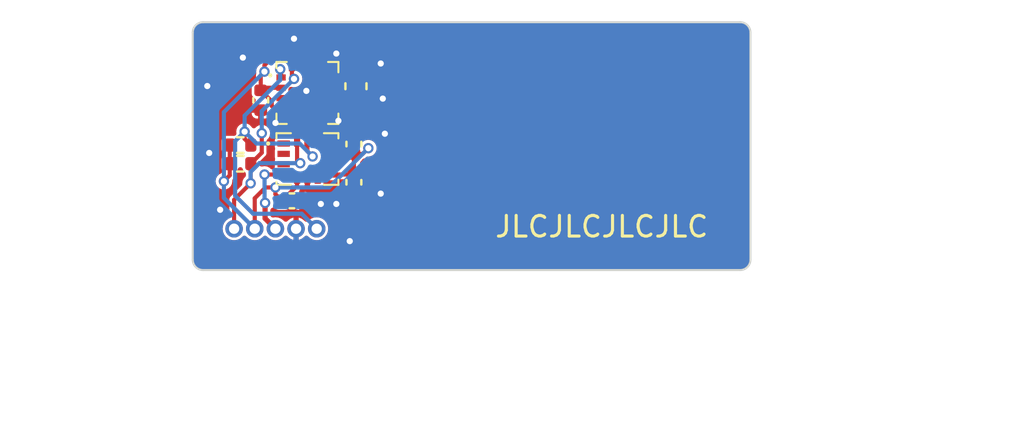
<source format=kicad_pcb>
(kicad_pcb (version 20221018) (generator pcbnew)
  (layers (0 "F.Cu" signal) (31 "B.Cu" signal) (34 "B.Paste" user) (35 "F.Paste" user) (36 "B.SilkS" user "B.Silkscreen") (37 "F.SilkS" user "F.Silkscreen") (38 "B.Mask" user) (39 "F.Mask" user) (44 "Edge.Cuts" user))
  (net 0 "")
  (net 1 "GND")
  (net 2 "VDD")
  (net 3 "INT")
  (net 4 "SCL")
  (net 5 "SDA")
  (net 13 "Net-(IC1-CAP)")
  (footprint "Capacitor_SMD:C_0402_1005Metric" (layer "F.Cu") (at 180.8 75.75 -90)
    (fp_text reference "C10" hide)
    (fp_text value "0.1uF")
    (fp_line (start -0.107836 -0.36) (end 0.107836 -0.36) (stroke (width 0.12)) (layer "F.SilkS"))
    (fp_line (start -0.107836 0.36) (end 0.107836 0.36) (stroke (width 0.12)) (layer "F.SilkS"))
    (pad "1" smd roundrect (at -0.48 0 270) (size 0.56 0.62) (layers "F.Cu" "F.Paste" "F.Mask") (net 2 "VDD"))
    (pad "2" smd roundrect (at 0.48 0 270) (size 0.56 0.62) (layers "F.Cu" "F.Paste" "F.Mask") (net 1 "GND"))
  )
  (footprint "Capacitor_SMD:C_0603_1608Metric" (layer "F.Cu") (at 180.9 71.1 90)
    (fp_text reference "C13" hide)
    (fp_text value "10uF")
    (fp_line (start -0.14058 -0.51) (end 0.14058 -0.51) (stroke (width 0.12)) (layer "F.SilkS"))
    (fp_line (start -0.14058 0.51) (end 0.14058 0.51) (stroke (width 0.12)) (layer "F.SilkS"))
    (pad "1" smd roundrect (at -0.775 0 90) (size 0.9 0.95) (layers "F.Cu" "F.Paste" "F.Mask") (net 13 "Net-(IC1-CAP)"))
    (pad "2" smd roundrect (at 0.775 0 90) (size 0.9 0.95) (layers "F.Cu" "F.Paste" "F.Mask") (net 1 "GND"))
  )
  (footprint "Capacitor_SMD:C_0402_1005Metric" (layer "F.Cu") (at 176.29 71.779 -90)
    (fp_text reference "C12" hide)
    (fp_text value "1uF")
    (fp_line (start -0.107836 -0.36) (end 0.107836 -0.36) (stroke (width 0.12)) (layer "F.SilkS"))
    (fp_line (start -0.107836 0.36) (end 0.107836 0.36) (stroke (width 0.12)) (layer "F.SilkS"))
    (pad "1" smd roundrect (at -0.48 0 270) (size 0.56 0.62) (layers "F.Cu" "F.Paste" "F.Mask") (net 2 "VDD"))
    (pad "2" smd roundrect (at 0.48 0 270) (size 0.56 0.62) (layers "F.Cu" "F.Paste" "F.Mask") (net 1 "GND"))
  )
  (footprint "Capacitor_SMD:C_0402_1005Metric" (layer "F.Cu") (at 177.8 76.65)
    (fp_text reference "C9" hide)
    (fp_text value "0.01uF")
    (fp_line (start -0.107836 -0.36) (end 0.107836 -0.36) (stroke (width 0.12)) (layer "F.SilkS"))
    (fp_line (start -0.107836 0.36) (end 0.107836 0.36) (stroke (width 0.12)) (layer "F.SilkS"))
    (pad "1" smd roundrect (at -0.48 0) (size 0.56 0.62) (layers "F.Cu" "F.Paste" "F.Mask") (net 2 "VDD"))
    (pad "2" smd roundrect (at 0.48 0) (size 0.56 0.62) (layers "F.Cu" "F.Paste" "F.Mask") (net 1 "GND"))
  )
  (footprint "Connector_PinHeader_1.00mm:PinHeader_1x05_P1.00mm_Horizontal" (layer "F.Cu") (at 179 78 -90)
    (fp_text reference "J1" hide)
    (fp_text value "Conn_01x05_Male")
    (pad "1" thru_hole circle (at 0 0 270) (size 0.85 0.85) (drill 0.5) (layers "*.Cu" "*.Mask") (net 4 "SCL"))
    (pad "2" thru_hole oval (at 0 1 270) (size 0.85 0.85) (drill 0.5) (layers "*.Cu" "*.Mask") (net 1 "GND"))
    (pad "3" thru_hole oval (at 0 2 270) (size 0.85 0.85) (drill 0.5) (layers "*.Cu" "*.Mask") (net 3 "INT"))
    (pad "4" thru_hole oval (at 0 3 270) (size 0.85 0.85) (drill 0.5) (layers "*.Cu" "*.Mask") (net 2 "VDD"))
    (pad "5" thru_hole oval (at 0 4 270) (size 0.85 0.85) (drill 0.5) (layers "*.Cu" "*.Mask") (net 5 "SDA"))
  )
  (footprint "SamacSys_Parts:MMC5983MA" (layer "F.Cu") (at 178.55 71.425 90)
    (fp_text reference "IC1" hide)
    (fp_text value "MMC5983MA" hide)
    (fp_line (start -1.5 -1.5) (end -1.5 -1) (stroke (width 0.1)) (layer "F.SilkS"))
    (fp_line (start -1.5 1) (end -1.5 1.5) (stroke (width 0.1)) (layer "F.SilkS"))
    (fp_line (start -1.5 1.5) (end -1 1.5) (stroke (width 0.1)) (layer "F.SilkS"))
    (fp_line (start -1 -1.5) (end -1.5 -1.5) (stroke (width 0.1)) (layer "F.SilkS"))
    (fp_line (start 0.8 -1.8) (end 0.8 -1.8) (stroke (width 0.1)) (layer "F.SilkS"))
    (fp_line (start 0.9 -1.8) (end 0.9 -1.8) (stroke (width 0.1)) (layer "F.SilkS"))
    (fp_line (start 1 1.5) (end 1.5 1.5) (stroke (width 0.1)) (layer "F.SilkS"))
    (fp_line (start 1.2 -1.5) (end 1.5 -1.5) (stroke (width 0.1)) (layer "F.SilkS"))
    (fp_line (start 1.5 -1.5) (end 1.5 -1) (stroke (width 0.1)) (layer "F.SilkS"))
    (fp_line (start 1.5 1.5) (end 1.5 1) (stroke (width 0.1)) (layer "F.SilkS"))
    (fp_arc (start 0.8 -1.8) (mid 0.85 -1.85) (end 0.9 -1.8) (stroke (width 0.1)) (layer "F.SilkS"))
    (fp_arc (start 0.9 -1.8) (mid 0.85 -1.75) (end 0.8 -1.8) (stroke (width 0.1)) (layer "F.SilkS"))
    (pad "1" smd rect (at 0.75 -1.275 90) (size 0.3 0.45) (layers "F.Cu" "F.Paste" "F.Mask") (net 4 "SCL"))
    (pad "2" smd rect (at 0.25 -1.275 90) (size 0.3 0.45) (layers "F.Cu" "F.Paste" "F.Mask") (net 2 "VDD"))
    (pad "3" smd rect (at -0.25 -1.275 90) (size 0.3 0.45) (layers "F.Cu" "F.Paste" "F.Mask"))
    (pad "4" smd rect (at -0.75 -1.275 90) (size 0.3 0.45) (layers "F.Cu" "F.Paste" "F.Mask") (net 2 "VDD"))
    (pad "5" smd rect (at -1.275 -0.75 180) (size 0.3 0.45) (layers "F.Cu" "F.Paste" "F.Mask"))
    (pad "6" smd rect (at -1.275 -0.25 180) (size 0.3 0.45) (layers "F.Cu" "F.Paste" "F.Mask"))
    (pad "7" smd rect (at -1.275 0.25 180) (size 0.3 0.45) (layers "F.Cu" "F.Paste" "F.Mask"))
    (pad "8" smd rect (at -1.275 0.75 180) (size 0.3 0.45) (layers "F.Cu" "F.Paste" "F.Mask"))
    (pad "9" smd rect (at -0.75 1.275 90) (size 0.3 0.45) (layers "F.Cu" "F.Paste" "F.Mask") (net 1 "GND"))
    (pad "10" smd rect (at -0.25 1.275 90) (size 0.3 0.45) (layers "F.Cu" "F.Paste" "F.Mask") (net 13 "Net-(IC1-CAP)"))
    (pad "11" smd rect (at 0.25 1.275 90) (size 0.3 0.45) (layers "F.Cu" "F.Paste" "F.Mask") (net 1 "GND"))
    (pad "12" smd rect (at 0.75 1.275 90) (size 0.3 0.45) (layers "F.Cu" "F.Paste" "F.Mask"))
    (pad "13" smd rect (at 1.275 0.75 180) (size 0.3 0.45) (layers "F.Cu" "F.Paste" "F.Mask") (net 2 "VDD"))
    (pad "14" smd rect (at 1.275 0.25 180) (size 0.3 0.45) (layers "F.Cu" "F.Paste" "F.Mask"))
    (pad "15" smd rect (at 1.275 -0.25 180) (size 0.3 0.45) (layers "F.Cu" "F.Paste" "F.Mask"))
    (pad "16" smd rect (at 1.275 -0.75 180) (size 0.3 0.45) (layers "F.Cu" "F.Paste" "F.Mask") (net 5 "SDA"))
  )
  (footprint "Resistor_SMD:R_0402_1005Metric" (layer "F.Cu") (at 175.3 74.85)
    (fp_text reference "R4" hide)
    (fp_text value "2.2K")
    (fp_line (start -0.153641 -0.38) (end 0.153641 -0.38) (stroke (width 0.12)) (layer "F.SilkS"))
    (fp_line (start -0.153641 0.38) (end 0.153641 0.38) (stroke (width 0.12)) (layer "F.SilkS"))
    (pad "1" smd roundrect (at -0.51 0) (size 0.54 0.64) (layers "F.Cu" "F.Paste" "F.Mask") (net 2 "VDD"))
    (pad "2" smd roundrect (at 0.51 0) (size 0.54 0.64) (layers "F.Cu" "F.Paste" "F.Mask") (net 5 "SDA"))
  )
  (footprint "Resistor_SMD:R_0402_1005Metric" (layer "F.Cu") (at 175.3 73.95)
    (fp_text reference "R5" hide)
    (fp_text value "2.2K")
    (fp_line (start -0.153641 -0.38) (end 0.153641 -0.38) (stroke (width 0.12)) (layer "F.SilkS"))
    (fp_line (start -0.153641 0.38) (end 0.153641 0.38) (stroke (width 0.12)) (layer "F.SilkS"))
    (pad "1" smd roundrect (at -0.51 0) (size 0.54 0.64) (layers "F.Cu" "F.Paste" "F.Mask") (net 2 "VDD"))
    (pad "2" smd roundrect (at 0.51 0) (size 0.54 0.64) (layers "F.Cu" "F.Paste" "F.Mask") (net 4 "SCL"))
  )
  (footprint "Capacitor_SMD:C_0402_1005Metric" (layer "F.Cu") (at 180.8 73.9 90)
    (fp_text reference "C11" hide)
    (fp_text value "2.2uF")
    (fp_line (start -0.107836 -0.36) (end 0.107836 -0.36) (stroke (width 0.12)) (layer "F.SilkS"))
    (fp_line (start -0.107836 0.36) (end 0.107836 0.36) (stroke (width 0.12)) (layer "F.SilkS"))
    (pad "1" smd roundrect (at -0.48 0 90) (size 0.56 0.62) (layers "F.Cu" "F.Paste" "F.Mask") (net 2 "VDD"))
    (pad "2" smd roundrect (at 0.48 0 90) (size 0.56 0.62) (layers "F.Cu" "F.Paste" "F.Mask") (net 1 "GND"))
  )
  (footprint "SamacSys_Parts:IIM42352" (layer "F.Cu") (at 178.55 74.625)
    (fp_text reference "AC2" hide)
    (fp_text value "ICM-42688-V" hide)
    (fp_line (start -1.9 -0.8) (end -1.9 -0.8) (stroke (width 0.1)) (layer "F.SilkS"))
    (fp_line (start -1.9 -0.7) (end -1.9 -0.7) (stroke (width 0.1)) (layer "F.SilkS"))
    (fp_line (start -1.5 -1.25) (end -0.8 -1.25) (stroke (width 0.1)) (layer "F.SilkS"))
    (fp_line (start -1.5 -1) (end -1.5 -1.25) (stroke (width 0.1)) (layer "F.SilkS"))
    (fp_line (start -1.5 1.1) (end -1.5 1.25) (stroke (width 0.1)) (layer "F.SilkS"))
    (fp_line (start -1.5 1.25) (end -0.8 1.25) (stroke (width 0.1)) (layer "F.SilkS"))
    (fp_line (start 0.8 -1.25) (end 1.5 -1.25) (stroke (width 0.1)) (layer "F.SilkS"))
    (fp_line (start 0.8 1.25) (end 1.5 1.25) (stroke (width 0.1)) (layer "F.SilkS"))
    (fp_line (start 1.5 -1.25) (end 1.5 -1) (stroke (width 0.1)) (layer "F.SilkS"))
    (fp_line (start 1.5 1.25) (end 1.5 1) (stroke (width 0.1)) (layer "F.SilkS"))
    (fp_arc (start -1.9 -0.8) (mid -1.85 -0.75) (end -1.9 -0.7) (stroke (width 0.1)) (layer "F.SilkS"))
    (fp_arc (start -1.9 -0.7) (mid -1.95 -0.75) (end -1.9 -0.8) (stroke (width 0.1)) (layer "F.SilkS"))
    (pad "1" smd rect (at -1.15 -0.75 90) (size 0.3 0.6) (layers "F.Cu" "F.Paste" "F.Mask"))
    (pad "2" smd rect (at -1.15 -0.25 90) (size 0.3 0.6) (layers "F.Cu" "F.Paste" "F.Mask"))
    (pad "3" smd rect (at -1.15 0.25 90) (size 0.3 0.6) (layers "F.Cu" "F.Paste" "F.Mask"))
    (pad "4" smd rect (at -1.15 0.75 90) (size 0.3 0.6) (layers "F.Cu" "F.Paste" "F.Mask") (net 3 "INT"))
    (pad "5" smd rect (at -0.5 0.9) (size 0.3 0.6) (layers "F.Cu" "F.Paste" "F.Mask") (net 2 "VDD"))
    (pad "6" smd rect (at 0 0.9) (size 0.3 0.6) (layers "F.Cu" "F.Paste" "F.Mask") (net 1 "GND"))
    (pad "7" smd rect (at 0.5 0.9) (size 0.3 0.6) (layers "F.Cu" "F.Paste" "F.Mask"))
    (pad "8" smd rect (at 1.15 0.75 90) (size 0.3 0.6) (layers "F.Cu" "F.Paste" "F.Mask") (net 2 "VDD"))
    (pad "9" smd rect (at 1.15 0.25 90) (size 0.3 0.6) (layers "F.Cu" "F.Paste" "F.Mask"))
    (pad "10" smd rect (at 1.15 -0.25 90) (size 0.3 0.6) (layers "F.Cu" "F.Paste" "F.Mask"))
    (pad "11" smd rect (at 1.15 -0.75 90) (size 0.3 0.6) (layers "F.Cu" "F.Paste" "F.Mask"))
    (pad "12" smd rect (at 0.5 -0.9) (size 0.3 0.6) (layers "F.Cu" "F.Paste" "F.Mask") (net 2 "VDD"))
    (pad "13" smd rect (at 0 -0.9) (size 0.3 0.6) (layers "F.Cu" "F.Paste" "F.Mask") (net 4 "SCL"))
    (pad "14" smd rect (at -0.5 -0.9) (size 0.3 0.6) (layers "F.Cu" "F.Paste" "F.Mask") (net 5 "SDA"))
  )
  (gr_arc (start 173.500001 79.999999) (mid 173.146447 79.853553) (end 173 79.5) (stroke (width 0.1)) (layer "Edge.Cuts"))
  (gr_line (start 200 79.5) (end 200 68.5) (stroke (width 0.1)) (layer "Edge.Cuts"))
  (gr_arc (start 173 68.5) (mid 173.146447 68.146447) (end 173.5 68) (stroke (width 0.1)) (layer "Edge.Cuts"))
  (gr_arc (start 200 79.5) (mid 199.853554 79.853554) (end 199.5 80) (stroke (width 0.1)) (layer "Edge.Cuts"))
  (gr_line (start 199.5 68) (end 173.5 68) (stroke (width 0.1)) (layer "Edge.Cuts"))
  (gr_line (start 199.5 80) (end 173.5 80) (stroke (width 0.1)) (layer "Edge.Cuts"))
  (gr_arc (start 199.5 68) (mid 199.853553 68.146447) (end 200 68.5) (stroke (width 0.1)) (layer "Edge.Cuts"))
  (gr_line (start 173 68.5) (end 173 79.5) (stroke (width 0.1)) (layer "Edge.Cuts"))
  (gr_text "JLCJLCJLCJLC" (at 192.8 77.9) (layer "F.SilkS") (effects (font (size 1 1))))
  (segment (start 178.55 75.525) (end 178.55 75.9) (width 0.2) (layer "F.Cu") (net 1))
  (segment (start 180.7 73.32) (end 180.8 73.42) (width 0.2) (layer "F.Cu") (net 1))
  (segment (start 178.28 76.17) (end 178.28 76.65) (width 0.2) (layer "F.Cu") (net 1))
  (segment (start 180.7 73.1) (end 180.7 73.32) (width 0.2) (layer "F.Cu") (net 1))
  (segment (start 178.55 75.9) (end 178.28 76.17) (width 0.2) (layer "F.Cu") (net 1))
  (via (at 179.95 69.518) (size 0.5) (drill 0.3) (layers "F.Cu" "B.Cu") (net 1))
  (via (at 182.3 73.4) (size 0.5) (drill 0.3) (layers "F.Cu" "B.Cu") (net 1))
  (via (at 174.324 77.082) (size 0.5) (drill 0.3) (layers "F.Cu" "B.Cu") (net 1))
  (via (at 173.702 71.09) (size 0.5) (drill 0.3) (layers "F.Cu" "B.Cu") (net 1))
  (via (at 182.1 76.3) (size 0.5) (drill 0.3) (layers "F.Cu" "B.Cu") (net 1))
  (via (at 182.1 70) (size 0.5) (drill 0.3) (layers "F.Cu" "B.Cu") (net 1))
  (via (at 179.95 76.8) (size 0.5) (drill 0.3) (layers "F.Cu" "B.Cu") (net 1))
  (via (at 173.794 74.331) (size 0.5) (drill 0.3) (layers "F.Cu" "B.Cu") (net 1))
  (via (at 177.9 68.8) (size 0.5) (drill 0.3) (layers "F.Cu" "B.Cu") (net 1))
  (via (at 179.2 76.8) (size 0.5) (drill 0.3) (layers "F.Cu" "B.Cu") (net 1))
  (via (at 178.499 71.326) (size 0.5) (drill 0.3) (layers "F.Cu" "B.Cu") (net 1))
  (via (at 177.003 72.877) (size 0.5) (drill 0.3) (layers "F.Cu" "B.Cu") (net 1))
  (via (at 180.05 72.772) (size 0.5) (drill 0.3) (layers "F.Cu" "B.Cu") (net 1))
  (via (at 175.425 69.715) (size 0.5) (drill 0.3) (layers "F.Cu" "B.Cu") (net 1))
  (via (at 182.2 71.7) (size 0.5) (drill 0.3) (layers "F.Cu" "B.Cu") (net 1))
  (via (at 180.6 78.6) (size 0.5) (drill 0.3) (layers "F.Cu" "B.Cu") (net 1))
  (segment (start 177 76.33) (end 177 76) (width 0.2) (layer "F.Cu") (net 2))
  (segment (start 179.7 75.375) (end 180.695 75.375) (width 0.2) (layer "F.Cu") (net 2))
  (segment (start 179.280489 73.494511) (end 179.05 73.725) (width 0.2) (layer "F.Cu") (net 2))
  (segment (start 180.8 74.38) (end 181.22 74.38) (width 0.2) (layer "F.Cu") (net 2))
  (segment (start 174.79 75.417) (end 174.507 75.7) (width 0.2) (layer "F.Cu") (net 2))
  (segment (start 180.695 75.375) (end 180.8 75.27) (width 0.2) (layer "F.Cu") (net 2))
  (segment (start 180.222533 73.494511) (end 179.280489 73.494511) (width 0.2) (layer "F.Cu") (net 2))
  (segment (start 174.79 73.95) (end 174.79 74.85) (width 0.2) (layer "F.Cu") (net 2))
  (segment (start 181.22 74.38) (end 181.5 74.1) (width 0.2) (layer "F.Cu") (net 2))
  (segment (start 177.275 71.175) (end 176.414 71.175) (width 0.2) (layer "F.Cu") (net 2))
  (segment (start 180.8 74.38) (end 180.226511 73.806511) (width 0.2) (layer "F.Cu") (net 2))
  (segment (start 176.414 71.175) (end 176.29 71.299) (width 0.2) (layer "F.Cu") (net 2))
  (segment (start 176.823489 71.832489) (end 176.29 71.299) (width 0.2) (layer "F.Cu") (net 2))
  (segment (start 174.79 74.85) (end 174.79 75.417) (width 0.2) (layer "F.Cu") (net 2))
  (segment (start 180.8 75.27) (end 180.8 74.38) (width 0.2) (layer "F.Cu") (net 2))
  (segment (start 176.871 69.683) (end 176.47 70.084) (width 0.2) (layer "F.Cu") (net 2))
  (segment (start 176.29 70.573) (end 176.47 70.393) (width 0.2) (layer "F.Cu") (net 2))
  (segment (start 176.946978 72.175) (end 176.823489 72.051511) (width 0.2) (layer "F.Cu") (net 2))
  (segment (start 176.523873 76) (end 177 76) (width 0.2) (layer "F.Cu") (net 2))
  (segment (start 179.3 70.15) (end 179.3 69.725) (width 0.2) (layer "F.Cu") (net 2))
  (segment (start 179.258 69.683) (end 176.871 69.683) (width 0.2) (layer "F.Cu") (net 2))
  (segment (start 177.32 76.65) (end 177 76.33) (width 0.2) (layer "F.Cu") (net 2))
  (segment (start 179.3 69.725) (end 179.258 69.683) (width 0.2) (layer "F.Cu") (net 2))
  (segment (start 176 76.523873) (end 176.523873 76) (width 0.2) (layer "F.Cu") (net 2))
  (segment (start 176.47 70.084) (end 176.47 70.393) (width 0.2) (layer "F.Cu") (net 2))
  (segment (start 180.226511 73.806511) (end 180.226511 73.498489) (width 0.2) (layer "F.Cu") (net 2))
  (segment (start 178.05 75.525) (end 178.05 75.92) (width 0.2) (layer "F.Cu") (net 2))
  (segment (start 176.29 71.299) (end 176.29 70.573) (width 0.2) (layer "F.Cu") (net 2))
  (segment (start 180.226511 73.498489) (end 180.222533 73.494511) (width 0.2) (layer "F.Cu") (net 2))
  (segment (start 177.275 72.175) (end 176.946978 72.175) (width 0.2) (layer "F.Cu") (net 2))
  (segment (start 178.05 75.92) (end 177.32 76.65) (width 0.2) (layer "F.Cu") (net 2))
  (segment (start 176 78) (end 176 76.523873) (width 0.2) (layer "F.Cu") (net 2))
  (segment (start 176.823489 72.051511) (end 176.823489 71.832489) (width 0.2) (layer "F.Cu") (net 2))
  (via (at 181.5 74.1) (size 0.5) (drill 0.3) (layers "F.Cu" "B.Cu") (net 2))
  (via (at 174.507 75.7) (size 0.5) (drill 0.3) (layers "F.Cu" "B.Cu") (net 2))
  (via (at 177 76) (size 0.5) (drill 0.3) (layers "F.Cu" "B.Cu") (net 2))
  (via (at 176.47 70.393) (size 0.5) (drill 0.3) (layers "F.Cu" "B.Cu") (net 2))
  (segment (start 176.47 70.393) (end 174.507 72.356) (width 0.2) (layer "B.Cu") (net 2))
  (segment (start 174.507 72.356) (end 174.507 75.7) (width 0.2) (layer "B.Cu") (net 2))
  (segment (start 181.5 74.1) (end 179.6 76) (width 0.2) (layer "B.Cu") (net 2))
  (segment (start 179.6 76) (end 177 76) (width 0.2) (layer "B.Cu") (net 2))
  (segment (start 174.507 76.507) (end 174.507 75.7) (width 0.2) (layer "B.Cu") (net 2))
  (segment (start 176 78) (end 174.507 76.507) (width 0.2) (layer "B.Cu") (net 2))
  (segment (start 177 78) (end 176.5 77.5) (width 0.25) (layer "F.Cu") (net 3))
  (segment (start 177.4 75.375) (end 176.475001 75.374999) (width 0.2) (layer "F.Cu") (net 3))
  (segment (start 176.5 77.5) (end 176.5 76.75) (width 0.25) (layer "F.Cu") (net 3))
  (via (at 176.5 76.75) (size 0.5) (drill 0.3) (layers "F.Cu" "B.Cu") (net 3))
  (via (at 176.475001 75.374999) (size 0.5) (drill 0.3) (layers "F.Cu" "B.Cu") (net 3))
  (segment (start 176.475001 75.374999) (end 176.475001 76.725001) (width 0.2) (layer "B.Cu") (net 3))
  (segment (start 176.475001 76.725001) (end 176.5 76.75) (width 0.2) (layer "B.Cu") (net 3))
  (segment (start 177.275 70.319) (end 177.232 70.276) (width 0.2) (layer "F.Cu") (net 4))
  (segment (start 175.510002 73.3) (end 175.510002 73.650002) (width 0.2) (layer "F.Cu") (net 4))
  (segment (start 178.55 73.725) (end 178.55 74.25) (width 0.2) (layer "F.Cu") (net 4))
  (segment (start 178.55 74.25) (end 178.8 74.5) (width 0.2) (layer "F.Cu") (net 4))
  (segment (start 175.510002 73.650002) (end 175.81 73.95) (width 0.2) (layer "F.Cu") (net 4))
  (segment (start 177.275 70.675) (end 177.275 70.319) (width 0.2) (layer "F.Cu") (net 4))
  (via (at 177.232 70.276) (size 0.5) (drill 0.3) (layers "F.Cu" "B.Cu") (net 4))
  (via (at 175.510002 73.3) (size 0.5) (drill 0.3) (layers "F.Cu" "B.Cu") (net 4))
  (via (at 178.8 74.5) (size 0.5) (drill 0.3) (layers "F.Cu" "B.Cu") (net 4))
  (segment (start 176.084503 73.874501) (end 175.510002 73.3) (width 0.2) (layer "B.Cu") (net 4))
  (segment (start 175.05 76.4) (end 175.05 73.760002) (width 0.2) (layer "B.Cu") (net 4))
  (segment (start 175.510002 72.523998) (end 175.510002 73.3) (width 0.2) (layer "B.Cu") (net 4))
  (segment (start 178.174501 73.874501) (end 176.084503 73.874501) (width 0.2) (layer "B.Cu") (net 4))
  (segment (start 175.05 73.760002) (end 175.510002 73.3) (width 0.2) (layer "B.Cu") (net 4))
  (segment (start 179 78) (end 178.275489 77.275489) (width 0.2) (layer "B.Cu") (net 4))
  (segment (start 178.275489 77.275489) (end 175.925489 77.275489) (width 0.2) (layer "B.Cu") (net 4))
  (segment (start 175.925489 77.275489) (end 175.05 76.4) (width 0.2) (layer "B.Cu") (net 4))
  (segment (start 178.8 74.5) (end 178.174501 73.874501) (width 0.2) (layer "B.Cu") (net 4))
  (segment (start 177.232 70.276) (end 177.232 70.802) (width 0.2) (layer "B.Cu") (net 4))
  (segment (start 177.232 70.802) (end 175.510002 72.523998) (width 0.2) (layer "B.Cu") (net 4))
  (segment (start 177.8 70.15) (end 177.8 70.645) (width 0.2) (layer "F.Cu") (net 5))
  (segment (start 178.05 74.675) (end 178.2 74.825) (width 0.2) (layer "F.Cu") (net 5))
  (segment (start 176.34 74.32) (end 175.81 74.85) (width 0.2) (layer "F.Cu") (net 5))
  (segment (start 178.05 73.725) (end 178.05 74.675) (width 0.2) (layer "F.Cu") (net 5))
  (segment (start 175.8 74.86) (end 175.8 75.8) (width 0.2) (layer "F.Cu") (net 5))
  (segment (start 176.34 73.375) (end 176.34 74.32) (width 0.2) (layer "F.Cu") (net 5))
  (segment (start 175.81 74.85) (end 175.8 74.86) (width 0.2) (layer "F.Cu") (net 5))
  (segment (start 175 78) (end 175 76.6) (width 0.2) (layer "F.Cu") (net 5))
  (segment (start 175 76.6) (end 175.8 75.8) (width 0.2) (layer "F.Cu") (net 5))
  (segment (start 177.8 70.645) (end 177.901 70.746) (width 0.2) (layer "F.Cu") (net 5))
  (via (at 178.2 74.825) (size 0.5) (drill 0.3) (layers "F.Cu" "B.Cu") (net 5))
  (via (at 175.8 75.8) (size 0.5) (drill 0.3) (layers "F.Cu" "B.Cu") (net 5))
  (via (at 176.34 73.375) (size 0.5) (drill 0.3) (layers "F.Cu" "B.Cu") (net 5))
  (via (at 177.901 70.746) (size 0.5) (drill 0.3) (layers "F.Cu" "B.Cu") (net 5))
  (segment (start 175.8 75.25) (end 175.8 75.8) (width 0.2) (layer "B.Cu") (net 5))
  (segment (start 176.34 72.307) (end 177.901 70.746) (width 0.2) (layer "B.Cu") (net 5))
  (segment (start 176.34 73.375) (end 176.34 72.307) (width 0.2) (layer "B.Cu") (net 5))
  (segment (start 176.225 74.825) (end 175.8 75.25) (width 0.2) (layer "B.Cu") (net 5))
  (segment (start 178.2 74.825) (end 176.225 74.825) (width 0.2) (layer "B.Cu") (net 5))
  (segment (start 180.7 71.675) (end 180.9 71.875) (width 0.2) (layer "F.Cu") (net 13))
  (segment (start 179.825 71.675) (end 180.7 71.675) (width 0.2) (layer "F.Cu") (net 13))
  (zone (net 1) (net_name "GND") (layers "F&B.Cu") (connect_pads (clearance 0)) (min_thickness 0.254) (fill yes (thermal_gap 0.127) (thermal_bridge_width 0.254))
    (polygon (pts (xy 213.25 88.25) (xy 172.75 88.25) (xy 172.75 67.75) (xy 213.25 67.75)))
  )
)
</source>
